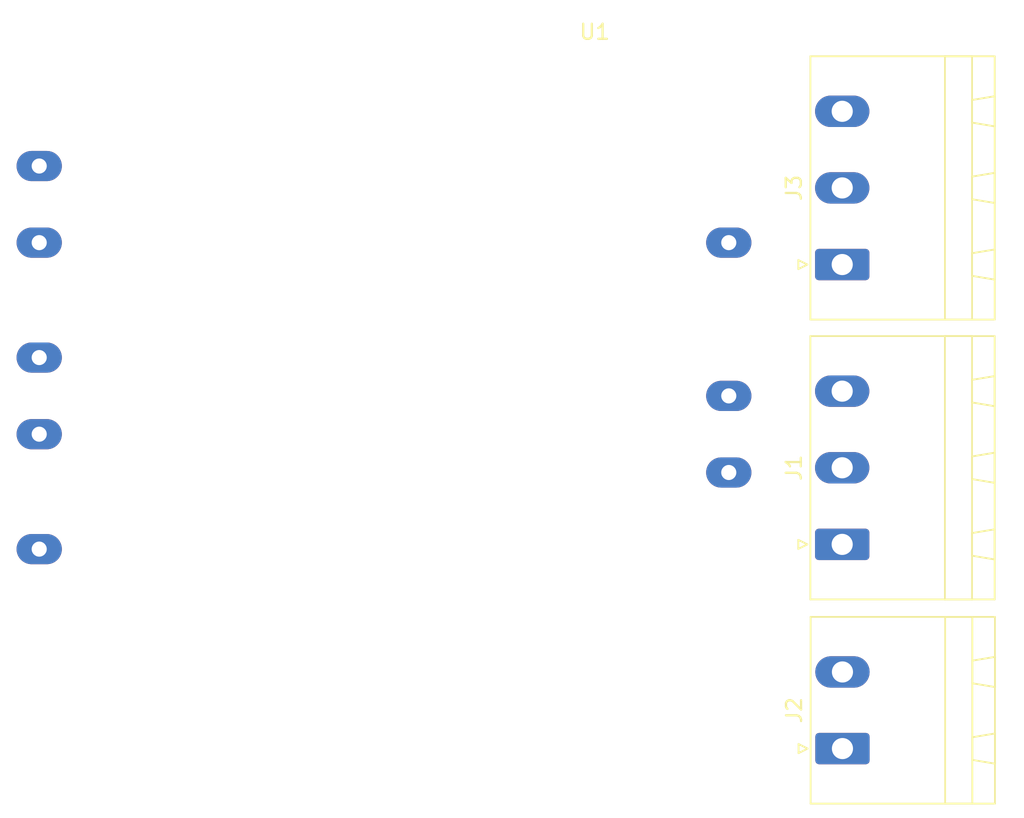
<source format=kicad_pcb>
(kicad_pcb (version 20171130) (host pcbnew "(5.1.6)-1")

  (general
    (thickness 1.6)
    (drawings 0)
    (tracks 0)
    (zones 0)
    (modules 4)
    (nets 9)
  )

  (page A4)
  (layers
    (0 F.Cu signal)
    (31 B.Cu signal)
    (32 B.Adhes user)
    (33 F.Adhes user)
    (34 B.Paste user)
    (35 F.Paste user)
    (36 B.SilkS user)
    (37 F.SilkS user)
    (38 B.Mask user)
    (39 F.Mask user)
    (40 Dwgs.User user)
    (41 Cmts.User user)
    (42 Eco1.User user)
    (43 Eco2.User user)
    (44 Edge.Cuts user)
    (45 Margin user)
    (46 B.CrtYd user)
    (47 F.CrtYd user)
    (48 B.Fab user)
    (49 F.Fab user)
  )

  (setup
    (last_trace_width 1)
    (user_trace_width 1)
    (trace_clearance 0.2)
    (zone_clearance 0.508)
    (zone_45_only no)
    (trace_min 0.2)
    (via_size 0.8)
    (via_drill 0.4)
    (via_min_size 0.4)
    (via_min_drill 0.3)
    (uvia_size 0.3)
    (uvia_drill 0.1)
    (uvias_allowed no)
    (uvia_min_size 0.2)
    (uvia_min_drill 0.1)
    (edge_width 0.3)
    (segment_width 0.2)
    (pcb_text_width 0.3)
    (pcb_text_size 1.5 1.5)
    (mod_edge_width 0.12)
    (mod_text_size 1 1)
    (mod_text_width 0.15)
    (pad_size 1.524 1.524)
    (pad_drill 0.762)
    (pad_to_mask_clearance 0.05)
    (aux_axis_origin 0 0)
    (visible_elements 7FFFFFFF)
    (pcbplotparams
      (layerselection 0x01000_fffffffe)
      (usegerberextensions false)
      (usegerberattributes true)
      (usegerberadvancedattributes true)
      (creategerberjobfile true)
      (excludeedgelayer true)
      (linewidth 0.100000)
      (plotframeref false)
      (viasonmask false)
      (mode 1)
      (useauxorigin false)
      (hpglpennumber 1)
      (hpglpenspeed 20)
      (hpglpendiameter 15.000000)
      (psnegative false)
      (psa4output false)
      (plotreference true)
      (plotvalue false)
      (plotinvisibletext false)
      (padsonsilk false)
      (subtractmaskfromsilk false)
      (outputformat 1)
      (mirror false)
      (drillshape 0)
      (scaleselection 1)
      (outputdirectory "SKA40_Gerber/"))
  )

  (net 0 "")
  (net 1 /Vin+)
  (net 2 /RC)
  (net 3 /Vin-)
  (net 4 /RS-)
  (net 5 /RS+)
  (net 6 /Vout-)
  (net 7 /Trim)
  (net 8 /Vout+)

  (net_class Default "This is the default net class."
    (clearance 0.2)
    (trace_width 0.25)
    (via_dia 0.8)
    (via_drill 0.4)
    (uvia_dia 0.3)
    (uvia_drill 0.1)
    (add_net /RC)
    (add_net /RS+)
    (add_net /RS-)
    (add_net /Trim)
    (add_net /Vin+)
    (add_net /Vin-)
    (add_net /Vout+)
    (add_net /Vout-)
  )

  (module Connector_Phoenix_MSTB:PhoenixContact_MSTBA_2,5_3-G-5,08_1x03_P5.08mm_Horizontal (layer F.Cu) (tedit 5B785047) (tstamp 613E05F1)
    (at 173.3804 83.77936 90)
    (descr "Generic Phoenix Contact connector footprint for: MSTBA_2,5/3-G-5,08; number of pins: 03; pin pitch: 5.08mm; Angled || order number: 1757255 12A || order number: 1923872 16A (HC)")
    (tags "phoenix_contact connector MSTBA_01x03_G_5.08mm")
    (path /6130DE2D)
    (fp_text reference J1 (at 5.08 -3.2 90) (layer F.SilkS)
      (effects (font (size 1 1) (thickness 0.15)))
    )
    (fp_text value INPUT (at 5.08 11.2 90) (layer F.Fab)
      (effects (font (size 1 1) (thickness 0.15)))
    )
    (fp_line (start 0 -0.5) (end -0.95 -2) (layer F.Fab) (width 0.1))
    (fp_line (start 0.95 -2) (end 0 -0.5) (layer F.Fab) (width 0.1))
    (fp_line (start -0.3 -2.91) (end 0.3 -2.91) (layer F.SilkS) (width 0.12))
    (fp_line (start 0 -2.31) (end -0.3 -2.91) (layer F.SilkS) (width 0.12))
    (fp_line (start 0.3 -2.91) (end 0 -2.31) (layer F.SilkS) (width 0.12))
    (fp_line (start 14.2 -2.5) (end -4.04 -2.5) (layer F.CrtYd) (width 0.05))
    (fp_line (start 14.2 10.5) (end 14.2 -2.5) (layer F.CrtYd) (width 0.05))
    (fp_line (start -4.04 10.5) (end 14.2 10.5) (layer F.CrtYd) (width 0.05))
    (fp_line (start -4.04 -2.5) (end -4.04 10.5) (layer F.CrtYd) (width 0.05))
    (fp_line (start 9.41 8.61) (end 9.16 10.11) (layer F.SilkS) (width 0.12))
    (fp_line (start 10.91 8.61) (end 9.41 8.61) (layer F.SilkS) (width 0.12))
    (fp_line (start 11.16 10.11) (end 10.91 8.61) (layer F.SilkS) (width 0.12))
    (fp_line (start 9.16 10.11) (end 11.16 10.11) (layer F.SilkS) (width 0.12))
    (fp_line (start 4.33 8.61) (end 4.08 10.11) (layer F.SilkS) (width 0.12))
    (fp_line (start 5.83 8.61) (end 4.33 8.61) (layer F.SilkS) (width 0.12))
    (fp_line (start 6.08 10.11) (end 5.83 8.61) (layer F.SilkS) (width 0.12))
    (fp_line (start 4.08 10.11) (end 6.08 10.11) (layer F.SilkS) (width 0.12))
    (fp_line (start -0.75 8.61) (end -1 10.11) (layer F.SilkS) (width 0.12))
    (fp_line (start 0.75 8.61) (end -0.75 8.61) (layer F.SilkS) (width 0.12))
    (fp_line (start 1 10.11) (end 0.75 8.61) (layer F.SilkS) (width 0.12))
    (fp_line (start -1 10.11) (end 1 10.11) (layer F.SilkS) (width 0.12))
    (fp_line (start 13.81 8.61) (end -3.65 8.61) (layer F.SilkS) (width 0.12))
    (fp_line (start 13.81 6.81) (end 13.81 8.61) (layer F.SilkS) (width 0.12))
    (fp_line (start -3.65 6.81) (end 13.81 6.81) (layer F.SilkS) (width 0.12))
    (fp_line (start -3.65 8.61) (end -3.65 6.81) (layer F.SilkS) (width 0.12))
    (fp_line (start 13.7 -2) (end -3.54 -2) (layer F.Fab) (width 0.1))
    (fp_line (start 13.7 10) (end 13.7 -2) (layer F.Fab) (width 0.1))
    (fp_line (start -3.54 10) (end 13.7 10) (layer F.Fab) (width 0.1))
    (fp_line (start -3.54 -2) (end -3.54 10) (layer F.Fab) (width 0.1))
    (fp_line (start 13.81 -2.11) (end -3.65 -2.11) (layer F.SilkS) (width 0.12))
    (fp_line (start 13.81 10.11) (end 13.81 -2.11) (layer F.SilkS) (width 0.12))
    (fp_line (start -3.65 10.11) (end 13.81 10.11) (layer F.SilkS) (width 0.12))
    (fp_line (start -3.65 -2.11) (end -3.65 10.11) (layer F.SilkS) (width 0.12))
    (fp_text user %R (at 5.08 -1.3 90) (layer F.Fab)
      (effects (font (size 1 1) (thickness 0.15)))
    )
    (pad 1 thru_hole roundrect (at 0 0 90) (size 2.08 3.6) (drill 1.4) (layers *.Cu *.Mask) (roundrect_rratio 0.120192)
      (net 1 /Vin+))
    (pad 2 thru_hole oval (at 5.08 0 90) (size 2.08 3.6) (drill 1.4) (layers *.Cu *.Mask)
      (net 2 /RC))
    (pad 3 thru_hole oval (at 10.16 0 90) (size 2.08 3.6) (drill 1.4) (layers *.Cu *.Mask)
      (net 3 /Vin-))
    (model ${KISYS3DMOD}/Connector_Phoenix_MSTB.3dshapes/PhoenixContact_MSTBA_2,5_3-G-5,08_1x03_P5.08mm_Horizontal.wrl
      (at (xyz 0 0 0))
      (scale (xyz 1 1 1))
      (rotate (xyz 0 0 0))
    )
  )

  (module Connector_Phoenix_MSTB:PhoenixContact_MSTBA_2,5_2-G-5,08_1x02_P5.08mm_Horizontal (layer F.Cu) (tedit 5B785047) (tstamp 61312849)
    (at 173.39818 97.31756 90)
    (descr "Generic Phoenix Contact connector footprint for: MSTBA_2,5/2-G-5,08; number of pins: 02; pin pitch: 5.08mm; Angled || order number: 1757242 12A || order number: 1923869 16A (HC)")
    (tags "phoenix_contact connector MSTBA_01x02_G_5.08mm")
    (path /6130D820)
    (fp_text reference J2 (at 2.54 -3.2 90) (layer F.SilkS)
      (effects (font (size 1 1) (thickness 0.15)))
    )
    (fp_text value RS (at 2.54 11.2 90) (layer F.Fab)
      (effects (font (size 1 1) (thickness 0.15)))
    )
    (fp_line (start 0 -0.5) (end -0.95 -2) (layer F.Fab) (width 0.1))
    (fp_line (start 0.95 -2) (end 0 -0.5) (layer F.Fab) (width 0.1))
    (fp_line (start -0.3 -2.91) (end 0.3 -2.91) (layer F.SilkS) (width 0.12))
    (fp_line (start 0 -2.31) (end -0.3 -2.91) (layer F.SilkS) (width 0.12))
    (fp_line (start 0.3 -2.91) (end 0 -2.31) (layer F.SilkS) (width 0.12))
    (fp_line (start 9.12 -2.5) (end -4.04 -2.5) (layer F.CrtYd) (width 0.05))
    (fp_line (start 9.12 10.5) (end 9.12 -2.5) (layer F.CrtYd) (width 0.05))
    (fp_line (start -4.04 10.5) (end 9.12 10.5) (layer F.CrtYd) (width 0.05))
    (fp_line (start -4.04 -2.5) (end -4.04 10.5) (layer F.CrtYd) (width 0.05))
    (fp_line (start 4.33 8.61) (end 4.08 10.11) (layer F.SilkS) (width 0.12))
    (fp_line (start 5.83 8.61) (end 4.33 8.61) (layer F.SilkS) (width 0.12))
    (fp_line (start 6.08 10.11) (end 5.83 8.61) (layer F.SilkS) (width 0.12))
    (fp_line (start 4.08 10.11) (end 6.08 10.11) (layer F.SilkS) (width 0.12))
    (fp_line (start -0.75 8.61) (end -1 10.11) (layer F.SilkS) (width 0.12))
    (fp_line (start 0.75 8.61) (end -0.75 8.61) (layer F.SilkS) (width 0.12))
    (fp_line (start 1 10.11) (end 0.75 8.61) (layer F.SilkS) (width 0.12))
    (fp_line (start -1 10.11) (end 1 10.11) (layer F.SilkS) (width 0.12))
    (fp_line (start 8.73 8.61) (end -3.65 8.61) (layer F.SilkS) (width 0.12))
    (fp_line (start 8.73 6.81) (end 8.73 8.61) (layer F.SilkS) (width 0.12))
    (fp_line (start -3.65 6.81) (end 8.73 6.81) (layer F.SilkS) (width 0.12))
    (fp_line (start -3.65 8.61) (end -3.65 6.81) (layer F.SilkS) (width 0.12))
    (fp_line (start 8.62 -2) (end -3.54 -2) (layer F.Fab) (width 0.1))
    (fp_line (start 8.62 10) (end 8.62 -2) (layer F.Fab) (width 0.1))
    (fp_line (start -3.54 10) (end 8.62 10) (layer F.Fab) (width 0.1))
    (fp_line (start -3.54 -2) (end -3.54 10) (layer F.Fab) (width 0.1))
    (fp_line (start 8.73 -2.11) (end -3.65 -2.11) (layer F.SilkS) (width 0.12))
    (fp_line (start 8.73 10.11) (end 8.73 -2.11) (layer F.SilkS) (width 0.12))
    (fp_line (start -3.65 10.11) (end 8.73 10.11) (layer F.SilkS) (width 0.12))
    (fp_line (start -3.65 -2.11) (end -3.65 10.11) (layer F.SilkS) (width 0.12))
    (fp_text user %R (at 2.54 -1.3 90) (layer F.Fab)
      (effects (font (size 1 1) (thickness 0.15)))
    )
    (pad 1 thru_hole roundrect (at 0 0 90) (size 2.08 3.6) (drill 1.4) (layers *.Cu *.Mask) (roundrect_rratio 0.120192)
      (net 5 /RS+))
    (pad 2 thru_hole oval (at 5.08 0 90) (size 2.08 3.6) (drill 1.4) (layers *.Cu *.Mask)
      (net 4 /RS-))
    (model ${KISYS3DMOD}/Connector_Phoenix_MSTB.3dshapes/PhoenixContact_MSTBA_2,5_2-G-5,08_1x02_P5.08mm_Horizontal.wrl
      (at (xyz 0 0 0))
      (scale (xyz 1 1 1))
      (rotate (xyz 0 0 0))
    )
  )

  (module Connector_Phoenix_MSTB:PhoenixContact_MSTBA_2,5_3-G-5,08_1x03_P5.08mm_Horizontal (layer F.Cu) (tedit 5B785047) (tstamp 61312872)
    (at 173.38294 65.22466 90)
    (descr "Generic Phoenix Contact connector footprint for: MSTBA_2,5/3-G-5,08; number of pins: 03; pin pitch: 5.08mm; Angled || order number: 1757255 12A || order number: 1923872 16A (HC)")
    (tags "phoenix_contact connector MSTBA_01x03_G_5.08mm")
    (path /61311011)
    (fp_text reference J3 (at 5.08 -3.2 90) (layer F.SilkS)
      (effects (font (size 1 1) (thickness 0.15)))
    )
    (fp_text value OUTPUT (at 5.08 11.2 90) (layer F.Fab)
      (effects (font (size 1 1) (thickness 0.15)))
    )
    (fp_line (start -3.65 -2.11) (end -3.65 10.11) (layer F.SilkS) (width 0.12))
    (fp_line (start -3.65 10.11) (end 13.81 10.11) (layer F.SilkS) (width 0.12))
    (fp_line (start 13.81 10.11) (end 13.81 -2.11) (layer F.SilkS) (width 0.12))
    (fp_line (start 13.81 -2.11) (end -3.65 -2.11) (layer F.SilkS) (width 0.12))
    (fp_line (start -3.54 -2) (end -3.54 10) (layer F.Fab) (width 0.1))
    (fp_line (start -3.54 10) (end 13.7 10) (layer F.Fab) (width 0.1))
    (fp_line (start 13.7 10) (end 13.7 -2) (layer F.Fab) (width 0.1))
    (fp_line (start 13.7 -2) (end -3.54 -2) (layer F.Fab) (width 0.1))
    (fp_line (start -3.65 8.61) (end -3.65 6.81) (layer F.SilkS) (width 0.12))
    (fp_line (start -3.65 6.81) (end 13.81 6.81) (layer F.SilkS) (width 0.12))
    (fp_line (start 13.81 6.81) (end 13.81 8.61) (layer F.SilkS) (width 0.12))
    (fp_line (start 13.81 8.61) (end -3.65 8.61) (layer F.SilkS) (width 0.12))
    (fp_line (start -1 10.11) (end 1 10.11) (layer F.SilkS) (width 0.12))
    (fp_line (start 1 10.11) (end 0.75 8.61) (layer F.SilkS) (width 0.12))
    (fp_line (start 0.75 8.61) (end -0.75 8.61) (layer F.SilkS) (width 0.12))
    (fp_line (start -0.75 8.61) (end -1 10.11) (layer F.SilkS) (width 0.12))
    (fp_line (start 4.08 10.11) (end 6.08 10.11) (layer F.SilkS) (width 0.12))
    (fp_line (start 6.08 10.11) (end 5.83 8.61) (layer F.SilkS) (width 0.12))
    (fp_line (start 5.83 8.61) (end 4.33 8.61) (layer F.SilkS) (width 0.12))
    (fp_line (start 4.33 8.61) (end 4.08 10.11) (layer F.SilkS) (width 0.12))
    (fp_line (start 9.16 10.11) (end 11.16 10.11) (layer F.SilkS) (width 0.12))
    (fp_line (start 11.16 10.11) (end 10.91 8.61) (layer F.SilkS) (width 0.12))
    (fp_line (start 10.91 8.61) (end 9.41 8.61) (layer F.SilkS) (width 0.12))
    (fp_line (start 9.41 8.61) (end 9.16 10.11) (layer F.SilkS) (width 0.12))
    (fp_line (start -4.04 -2.5) (end -4.04 10.5) (layer F.CrtYd) (width 0.05))
    (fp_line (start -4.04 10.5) (end 14.2 10.5) (layer F.CrtYd) (width 0.05))
    (fp_line (start 14.2 10.5) (end 14.2 -2.5) (layer F.CrtYd) (width 0.05))
    (fp_line (start 14.2 -2.5) (end -4.04 -2.5) (layer F.CrtYd) (width 0.05))
    (fp_line (start 0.3 -2.91) (end 0 -2.31) (layer F.SilkS) (width 0.12))
    (fp_line (start 0 -2.31) (end -0.3 -2.91) (layer F.SilkS) (width 0.12))
    (fp_line (start -0.3 -2.91) (end 0.3 -2.91) (layer F.SilkS) (width 0.12))
    (fp_line (start 0.95 -2) (end 0 -0.5) (layer F.Fab) (width 0.1))
    (fp_line (start 0 -0.5) (end -0.95 -2) (layer F.Fab) (width 0.1))
    (fp_text user %R (at 5.08 -1.3 90) (layer F.Fab)
      (effects (font (size 1 1) (thickness 0.15)))
    )
    (pad 3 thru_hole oval (at 10.16 0 90) (size 2.08 3.6) (drill 1.4) (layers *.Cu *.Mask)
      (net 8 /Vout+))
    (pad 2 thru_hole oval (at 5.08 0 90) (size 2.08 3.6) (drill 1.4) (layers *.Cu *.Mask)
      (net 7 /Trim))
    (pad 1 thru_hole roundrect (at 0 0 90) (size 2.08 3.6) (drill 1.4) (layers *.Cu *.Mask) (roundrect_rratio 0.120192)
      (net 6 /Vout-))
    (model ${KISYS3DMOD}/Connector_Phoenix_MSTB.3dshapes/PhoenixContact_MSTBA_2,5_3-G-5,08_1x03_P5.08mm_Horizontal.wrl
      (at (xyz 0 0 0))
      (scale (xyz 1 1 1))
      (rotate (xyz 0 0 0))
    )
  )

  (module SKA40:SKA40 (layer F.Cu) (tedit 6130D573) (tstamp 61312882)
    (at 156.971041 51.07286)
    (path /6130CF93)
    (fp_text reference U1 (at 0 -1.27) (layer F.SilkS)
      (effects (font (size 1 1) (thickness 0.15)))
    )
    (fp_text value SKA40 (at 0 -2.54) (layer F.Fab)
      (effects (font (size 1 1) (thickness 0.15)))
    )
    (fp_line (start -39.37 0) (end 11.43 0) (layer Eco2.User) (width 0.12))
    (fp_line (start -39.37 50.8) (end -39.37 0) (layer Eco2.User) (width 0.12))
    (fp_line (start 11.43 50.8) (end -39.37 50.8) (layer Eco2.User) (width 0.12))
    (fp_line (start 11.43 0) (end 11.43 50.8) (layer Eco2.User) (width 0.12))
    (pad 1 thru_hole oval (at 8.89 12.7) (size 3 2) (drill oval 1) (layers *.Cu *.Mask)
      (net 2 /RC))
    (pad 2 thru_hole oval (at 8.89 22.86) (size 3 2) (drill oval 1) (layers *.Cu *.Mask)
      (net 3 /Vin-))
    (pad 3 thru_hole oval (at 8.89 27.94) (size 3 2) (drill oval 1) (layers *.Cu *.Mask)
      (net 1 /Vin+))
    (pad 7 thru_hole oval (at -36.83 12.7) (size 3 2) (drill oval 1) (layers *.Cu *.Mask)
      (net 6 /Vout-))
    (pad 8 thru_hole oval (at -36.83 7.62) (size 3 2) (drill oval 1) (layers *.Cu *.Mask)
      (net 7 /Trim))
    (pad 6 thru_hole oval (at -36.83 20.32) (size 3 2) (drill oval 1) (layers *.Cu *.Mask)
      (net 8 /Vout+))
    (pad 5 thru_hole oval (at -36.83 25.4) (size 3 2) (drill oval 1) (layers *.Cu *.Mask)
      (net 5 /RS+))
    (pad 4 thru_hole oval (at -36.83 33.02) (size 3 2) (drill oval 1) (layers *.Cu *.Mask)
      (net 4 /RS-))
  )

)

</source>
